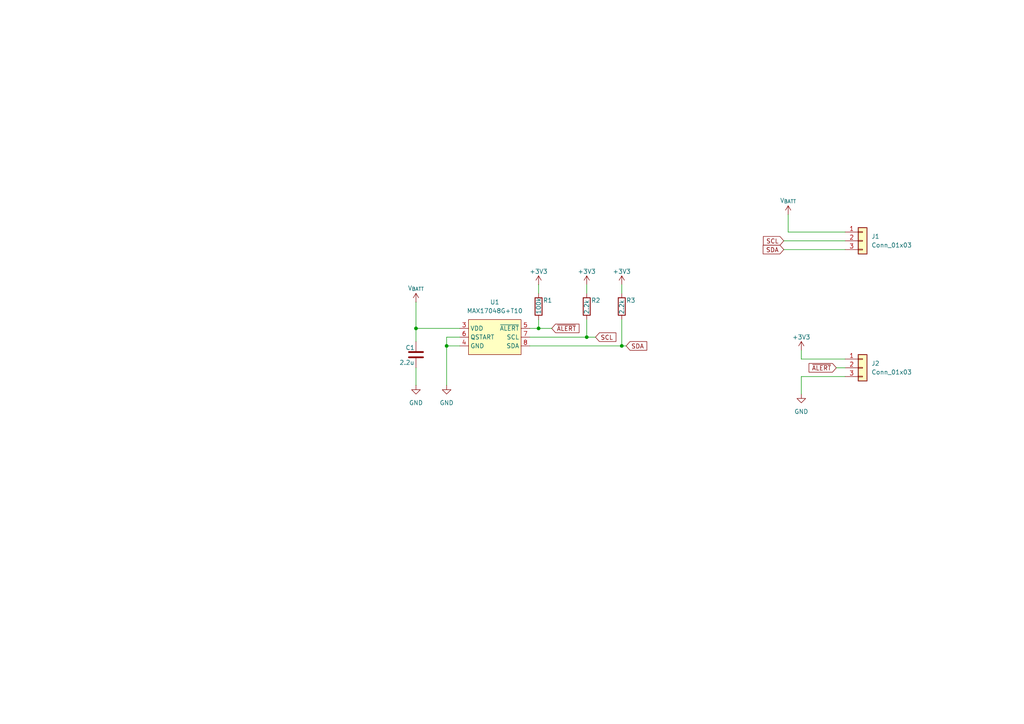
<source format=kicad_sch>
(kicad_sch (version 20231120) (generator "eeschema") (generator_version "8.0")
  (paper "A4")
  (lib_symbols
    (symbol "Connector_Generic:Conn_01x03" (pin_names (offset 1.016) hide)
      (property "Reference" "J" (at 0 5.08 0))
      (property "Value" "Conn_01x03" (at 0 -5.08 0))
      (symbol "Conn_01x03_1_1"
        (rectangle (start -1.27 -2.413) (end 0 -2.667) (stroke (width 0.1524)))
        (rectangle (start -1.27 0.127) (end 0 -0.127) (stroke (width 0.1524)))
        (rectangle (start -1.27 2.667) (end 0 2.413) (stroke (width 0.1524)))
        (rectangle (start -1.27 3.81) (end 1.27 -3.81) (stroke (width 0.254)) (fill (type background)))
        (pin passive line (at -5.08 2.54 0) (length 3.81) (name "Pin_1") (number "1"))
        (pin passive line (at -5.08 0 0) (length 3.81) (name "Pin_2") (number "2"))
        (pin passive line (at -5.08 -2.54 0) (length 3.81) (name "Pin_3") (number "3"))
      )
    )
    (symbol "Device:C" (pin_numbers hide) (pin_names (offset 0.254))
      (property "Reference" "C" (at 0.635 2.54 0))
      (property "Value" "C" (at 0.635 -2.54 0))
      (symbol "C_0_1"
        (polyline (pts (xy -2.032 -0.762) (xy 2.032 -0.762)) (stroke (width 0.508)))
        (polyline (pts (xy -2.032 0.762) (xy 2.032 0.762)) (stroke (width 0.508)))
      )
      (symbol "C_1_1"
        (pin passive line (at 0 3.81 270) (length 2.794) (name "~") (number "1"))
        (pin passive line (at 0 -3.81 90) (length 2.794) (name "~") (number "2"))
      )
    )
    (symbol "NobleCrafted:MAX17048G+T10"
      (property "Reference" "U" (at -7.112 6.35 0))
      (property "Value" "MAX17048G+T10" (at 0.254 -6.35 0))
      (symbol "MAX17048G+T10_1_1"
        (rectangle (start -7.62 5.08) (end 7.62 -5.08) (fill (type background)))
        (pin power_in line (at -10.16 -2.54 0) (length 2.54) hide (name "CTG") (number "1"))
        (pin no_connect line (at 10.16 -5.08 180) (length 2.54) hide (name "CELL") (number "2"))
        (pin power_in line (at -10.16 2.54 0) (length 2.54) (name "VDD") (number "3"))
        (pin power_in line (at -10.16 -2.54 0) (length 2.54) (name "GND") (number "4"))
        (pin output line (at 10.16 2.54 180) (length 2.54) (name "~{ALERT}") (number "5"))
        (pin input line (at -10.16 0 0) (length 2.54) (name "QSTART") (number "6"))
        (pin bidirectional line (at 10.16 0 180) (length 2.54) (name "SCL") (number "7"))
        (pin bidirectional line (at 10.16 -2.54 180) (length 2.54) (name "SDA") (number "8"))
        (pin power_in line (at -10.16 -2.54 0) (length 2.54) hide (name "EP") (number "9"))
      )
    )
    (symbol "R_2" (pin_numbers hide) (pin_names (offset 0))
      (property "Reference" "R" (at 2.032 0 90))
      (property "Value" "R" (at 0 0 90))
      (symbol "R_2_0_1"
        (rectangle (start -1.016 -2.54) (end 1.016 2.54) (stroke (width 0.254)))
      )
      (symbol "R_2_1_1"
        (pin passive line (at 0 3.81 270) (length 1.27) (name "~") (number "1"))
        (pin passive line (at 0 -3.81 90) (length 1.27) (name "~") (number "2"))
      )
    )
    (symbol "power:+3V3" (power) (pin_numbers hide) (pin_names (offset 0) hide)
      (property "Value" "+3V3" (at 0 3.556 0))
      (symbol "+3V3_0_1"
        (polyline (pts (xy -0.762 1.27) (xy 0 2.54)))
        (polyline (pts (xy 0 0) (xy 0 2.54)))
        (polyline (pts (xy 0 2.54) (xy 0.762 1.27)))
      )
      (symbol "+3V3_1_1"
        (pin power_in line (at 0 0 90) (length 0) (name "~") (number "1"))
      )
    )
    (symbol "power:+BATT" (power) (pin_numbers hide) (pin_names (offset 0) hide)
      (property "Value" "+BATT" (at 0 3.556 0))
      (symbol "+BATT_0_1"
        (polyline (pts (xy -0.762 1.27) (xy 0 2.54)))
        (polyline (pts (xy 0 0) (xy 0 2.54)))
        (polyline (pts (xy 0 2.54) (xy 0.762 1.27)))
      )
      (symbol "+BATT_1_1"
        (pin power_in line (at 0 0 90) (length 0) (name "~") (number "1"))
      )
    )
    (symbol "power:GND" (power) (pin_numbers hide) (pin_names (offset 0) hide)
      (property "Value" "GND" (at 0 -3.81 0))
      (symbol "GND_0_1"
        (polyline (pts (xy 0 0) (xy 0 -1.27) (xy 1.27 -1.27) (xy 0 -2.54) (xy -1.27 -1.27) (xy 0 -1.27)))
      )
      (symbol "GND_1_1"
        (pin power_in line (at 0 0 270) (length 0) (name "~") (number "1"))
      )
    )
  )
  (junction (at 120.65 95.25))
  (junction (at 180.34 100.33))
  (junction (at 156.21 95.25))
  (junction (at 129.54 100.33))
  (junction (at 170.18 97.79))
  (wire (pts (xy 153.67 95.25) (xy 156.21 95.25)))
  (wire (pts (xy 228.6 62.23) (xy 228.6 67.31)))
  (wire (pts (xy 129.54 100.33) (xy 133.35 100.33)))
  (wire (pts (xy 242.57 106.68) (xy 245.11 106.68)))
  (wire (pts (xy 156.21 95.25) (xy 160.02 95.25)))
  (wire (pts (xy 120.65 106.68) (xy 120.65 111.76)))
  (wire (pts (xy 170.18 82.55) (xy 170.18 85.09)))
  (wire (pts (xy 153.67 100.33) (xy 180.34 100.33)))
  (wire (pts (xy 170.18 97.79) (xy 170.18 92.71)))
  (wire (pts (xy 153.67 97.79) (xy 170.18 97.79)))
  (wire (pts (xy 232.41 101.6) (xy 232.41 104.14)))
  (wire (pts (xy 227.33 72.39) (xy 245.11 72.39)))
  (wire (pts (xy 129.54 97.79) (xy 129.54 100.33)))
  (wire (pts (xy 180.34 100.33) (xy 181.61 100.33)))
  (wire (pts (xy 227.33 69.85) (xy 245.11 69.85)))
  (wire (pts (xy 156.21 82.55) (xy 156.21 85.09)))
  (wire (pts (xy 228.6 67.31) (xy 245.11 67.31)))
  (wire (pts (xy 120.65 87.63) (xy 120.65 95.25)))
  (wire (pts (xy 232.41 109.22) (xy 245.11 109.22)))
  (wire (pts (xy 180.34 100.33) (xy 180.34 92.71)))
  (wire (pts (xy 232.41 114.3) (xy 232.41 109.22)))
  (wire (pts (xy 232.41 104.14) (xy 245.11 104.14)))
  (wire (pts (xy 120.65 95.25) (xy 133.35 95.25)))
  (wire (pts (xy 129.54 100.33) (xy 129.54 111.76)))
  (wire (pts (xy 120.65 95.25) (xy 120.65 99.06)))
  (wire (pts (xy 180.34 82.55) (xy 180.34 85.09)))
  (wire (pts (xy 156.21 95.25) (xy 156.21 92.71)))
  (wire (pts (xy 170.18 97.79) (xy 172.72 97.79)))
  (wire (pts (xy 133.35 97.79) (xy 129.54 97.79)))
  (global_label "SCL" (shape input) (at 227.33 69.85 180) (property "Intersheetrefs" "${INTERSHEET_REFS}" (effects (hide yes))))
  (global_label "SCL" (shape input) (at 172.72 97.79 0) (property "Intersheetrefs" "${INTERSHEET_REFS}" (effects (hide yes))))
  (global_label "SDA" (shape input) (at 181.61 100.33 0) (property "Intersheetrefs" "${INTERSHEET_REFS}" (effects (hide yes))))
  (global_label "SDA" (shape input) (at 227.33 72.39 180) (property "Intersheetrefs" "${INTERSHEET_REFS}" (effects (hide yes))))
  (global_label "~{ALERT}" (shape input) (at 160.02 95.25 0) (property "Intersheetrefs" "${INTERSHEET_REFS}" (effects (hide yes))))
  (global_label "~{ALERT}" (shape input) (at 242.57 106.68 180) (property "Intersheetrefs" "${INTERSHEET_REFS}" (effects (hide yes))))
  (symbol (lib_name "R_2") (lib_id "Device:R") (at 156.21 88.9 0) (unit 1)
    (property "Reference" "R1" (at 157.48 87.122 0) (effects (justify left)))
    (property "Value" "100k" (at 156.21 91.186 90) (effects (justify left)))
    (property "Footprint" "Resistor_SMD:R_1206_3216Metric" (effects (hide yes)))
    (property "Description" "Resistor" (effects (hide yes)))
    (property "Manufacturer" "YAGEO" (effects (hide yes)))
    (property "Part Number" "RC1206FR-07100KL" (effects (hide yes)))
    (property "DIGIKEY" "311-100KFRCT-ND" (effects (hide yes)))
  )
  (symbol (lib_id "power:+3V3") (at 156.21 82.55 0) (unit 1)
    (property "Reference" "#PWR04" (effects (hide yes)))
    (property "Value" "+3V3" (at 156.21 78.74 0))
    (property "Description" "Power symbol creates a global label with name \"+3V3\"" (effects (hide yes)))
  )
  (symbol (lib_id "Connector_Generic:Conn_01x03") (at 250.19 106.68 0) (unit 1)
    (property "Reference" "J2" (at 252.73 105.4099 0) (effects (justify left)))
    (property "Value" "Conn_01x03" (at 252.73 107.9499 0) (effects (justify left)))
    (property "Footprint" "Connector_PinHeader_2.54mm:PinHeader_1x03_P2.54mm_Vertical" (effects (hide yes)))
    (property "Description" "Generic connector, single row, 01x03, script generated (kicad-library-utils/schlib/autogen/connector/)" (effects (hide yes)))
  )
  (symbol (lib_id "power:GND") (at 120.65 111.76 0) (unit 1)
    (property "Reference" "#PWR02" (effects (hide yes)))
    (property "Value" "GND" (at 120.65 116.84 0))
    (property "Description" "Power symbol creates a global label with name \"GND\" , ground" (effects (hide yes)))
  )
  (symbol (lib_id "Connector_Generic:Conn_01x03") (at 250.19 69.85 0) (unit 1)
    (property "Reference" "J1" (at 252.73 68.5799 0) (effects (justify left)))
    (property "Value" "Conn_01x03" (at 252.73 71.1199 0) (effects (justify left)))
    (property "Footprint" "Connector_PinHeader_2.54mm:PinHeader_1x03_P2.54mm_Vertical" (effects (hide yes)))
    (property "Description" "Generic connector, single row, 01x03, script generated (kicad-library-utils/schlib/autogen/connector/)" (effects (hide yes)))
  )
  (symbol (lib_id "power:GND") (at 232.41 114.3 0) (unit 1)
    (property "Reference" "#PWR07" (effects (hide yes)))
    (property "Value" "GND" (at 232.41 119.38 0))
    (property "Description" "Power symbol creates a global label with name \"GND\" , ground" (effects (hide yes)))
  )
  (symbol (lib_id "power:+3V3") (at 180.34 82.55 0) (unit 1)
    (property "Reference" "#PWR06" (effects (hide yes)))
    (property "Value" "+3V3" (at 180.34 78.74 0))
    (property "Description" "Power symbol creates a global label with name \"+3V3\"" (effects (hide yes)))
  )
  (symbol (lib_id "Device:C") (at 120.65 102.87 0) (unit 1)
    (property "Reference" "C1" (at 117.602 100.838 0) (effects (justify left)))
    (property "Value" "2.2u" (at 115.824 105.156 0) (effects (justify left)))
    (property "Footprint" "Capacitor_SMD:C_1206_3216Metric" (effects (hide yes)))
    (property "Description" "Unpolarized capacitor" (effects (hide yes)))
    (property "DIGIKEY" "1276-1264-1-ND" (effects (hide yes)))
    (property "Manufacturer" "Samsung Electro-Mechanics" (effects (hide yes)))
    (property "Part Number" "CL31B225KOHNNNE" (effects (hide yes)))
  )
  (symbol (lib_id "power:+BATT") (at 228.6 62.23 0) (unit 1)
    (property "Reference" "#PWR08" (effects (hide yes)))
    (property "Value" "V_{BATT}" (at 228.6 58.166 0))
    (property "Description" "Power symbol creates a global label with name \"+BATT\"" (effects (hide yes)))
  )
  (symbol (lib_id "NobleCrafted:MAX17048G+T10") (at 143.51 97.79 0) (unit 1)
    (property "Reference" "U1" (at 143.51 87.63 0))
    (property "Value" "MAX17048G+T10" (at 143.51 90.17 0))
    (property "Footprint" "Package_DFN_QFN:TDFN-8-1EP_2x2mm_P0.5mm_EP0.8x1.2mm" (effects (hide yes)))
    (property "Manufacturer" "Analog Devices Inc./Maxim Integrated" (effects (hide yes)))
    (property "Part Number" "MAX17048G+T10" (effects (hide yes)))
    (property "DIGIKEY" "MAX17048G+T10CT-ND" (effects (hide yes)))
  )
  (symbol (lib_id "power:+BATT") (at 120.65 87.63 0) (unit 1)
    (property "Reference" "#PWR01" (effects (hide yes)))
    (property "Value" "V_{BATT}" (at 120.65 83.566 0))
    (property "Description" "Power symbol creates a global label with name \"+BATT\"" (effects (hide yes)))
  )
  (symbol (lib_name "R_2") (lib_id "Device:R") (at 170.18 88.9 0) (unit 1)
    (property "Reference" "R2" (at 171.45 87.122 0) (effects (justify left)))
    (property "Value" "2.2k" (at 170.18 91.186 90) (effects (justify left)))
    (property "Footprint" "Resistor_SMD:R_1206_3216Metric" (effects (hide yes)))
    (property "Description" "Resistor" (effects (hide yes)))
    (property "Manufacturer" "YAGEO" (effects (hide yes)))
    (property "Part Number" "RC1206FR-132K2L" (effects (hide yes)))
    (property "DIGIKEY" "13-RC1206FR-132K2LCT-ND" (effects (hide yes)))
  )
  (symbol (lib_name "R_2") (lib_id "Device:R") (at 180.34 88.9 0) (unit 1)
    (property "Reference" "R3" (at 181.61 87.122 0) (effects (justify left)))
    (property "Value" "2.2k" (at 180.34 91.186 90) (effects (justify left)))
    (property "Footprint" "Resistor_SMD:R_1206_3216Metric" (effects (hide yes)))
    (property "Description" "Resistor" (effects (hide yes)))
    (property "Manufacturer" "YAGEO" (effects (hide yes)))
    (property "Part Number" "RC1206FR-132K2L" (effects (hide yes)))
    (property "DIGIKEY" "13-RC1206FR-132K2LCT-ND" (effects (hide yes)))
  )
  (symbol (lib_id "power:GND") (at 129.54 111.76 0) (unit 1)
    (property "Reference" "#PWR03" (effects (hide yes)))
    (property "Value" "GND" (at 129.54 116.84 0))
    (property "Description" "Power symbol creates a global label with name \"GND\" , ground" (effects (hide yes)))
  )
  (symbol (lib_id "power:+3V3") (at 170.18 82.55 0) (unit 1)
    (property "Reference" "#PWR05" (effects (hide yes)))
    (property "Value" "+3V3" (at 170.18 78.74 0))
    (property "Description" "Power symbol creates a global label with name \"+3V3\"" (effects (hide yes)))
  )
  (symbol (lib_id "power:+3V3") (at 232.41 101.6 0) (unit 1)
    (property "Reference" "#PWR09" (effects (hide yes)))
    (property "Value" "+3V3" (at 232.41 97.79 0))
    (property "Description" "Power symbol creates a global label with name \"+3V3\"" (effects (hide yes)))
  )
)
</source>
